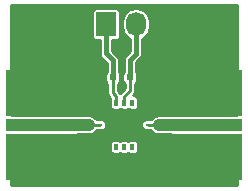
<source format=gtl>
G04 #@! TF.FileFunction,Copper,L1,Top,Signal*
%FSLAX46Y46*%
G04 Gerber Fmt 4.6, Leading zero omitted, Abs format (unit mm)*
G04 Created by KiCad (PCBNEW 4.0.4-stable) date Thu Oct 20 22:10:56 2016*
%MOMM*%
%LPD*%
G01*
G04 APERTURE LIST*
%ADD10C,0.100000*%
%ADD11C,0.381000*%
%ADD12R,0.600000X0.500000*%
%ADD13R,1.727200X2.032000*%
%ADD14O,1.727200X2.032000*%
%ADD15R,6.000000X1.000000*%
%ADD16R,6.000000X4.000000*%
%ADD17R,0.300000X0.550000*%
%ADD18R,0.380000X0.250000*%
%ADD19R,2.490000X2.790000*%
%ADD20R,1.040000X1.470000*%
%ADD21R,0.360000X0.150000*%
%ADD22C,0.400000*%
%ADD23C,0.250000*%
%ADD24C,1.000000*%
%ADD25C,0.254000*%
G04 APERTURE END LIST*
D10*
D11*
X148000000Y-106000000D03*
X148000000Y-104000000D03*
X144000000Y-106000000D03*
X146500000Y-105600000D03*
X146500000Y-104400000D03*
X150500000Y-104400000D03*
X150500000Y-105600000D03*
X149900000Y-105000000D03*
X147100000Y-105000000D03*
X155000000Y-110000000D03*
X150000000Y-110000000D03*
X145000000Y-110000000D03*
X140000000Y-110000000D03*
X140000000Y-100000000D03*
X145000000Y-100000000D03*
X155000000Y-100000000D03*
X155000000Y-97500000D03*
X145000000Y-97500000D03*
X140000000Y-97500000D03*
X140000000Y-102500000D03*
X140000000Y-107500000D03*
X142500000Y-107500000D03*
X142500000Y-102500000D03*
X147500000Y-107500000D03*
X145000000Y-107500000D03*
X145000000Y-102500000D03*
X150000000Y-102500000D03*
X150000000Y-107500000D03*
X152500000Y-107500000D03*
X152500000Y-102500000D03*
X155000000Y-102500000D03*
X155000000Y-107500000D03*
X158000000Y-106000000D03*
X157000000Y-106000000D03*
X156000000Y-106000000D03*
X155000000Y-106000000D03*
X154000000Y-106000000D03*
X153000000Y-106000000D03*
X152000000Y-106000000D03*
X151000000Y-106000000D03*
X150000000Y-106000000D03*
X149000000Y-106000000D03*
X149000000Y-105000000D03*
X149000000Y-104000000D03*
X150000000Y-104000000D03*
X151000000Y-104000000D03*
X152000000Y-104000000D03*
X153000000Y-104000000D03*
X154000000Y-104000000D03*
X155000000Y-104000000D03*
X156000000Y-104000000D03*
X157000000Y-104000000D03*
X158000000Y-104000000D03*
X139000000Y-104000000D03*
X139000000Y-106000000D03*
X140000000Y-106000000D03*
X141000000Y-106000000D03*
X142000000Y-106000000D03*
X143000000Y-106000000D03*
X145000000Y-106000000D03*
X146000000Y-106000000D03*
X147000000Y-106000000D03*
X148000000Y-105000000D03*
X147000000Y-104000000D03*
X146000000Y-104000000D03*
X145000000Y-104000000D03*
X144000000Y-104000000D03*
X143000000Y-104000000D03*
X142000000Y-104000000D03*
X141000000Y-104000000D03*
X140000000Y-104000000D03*
D12*
X147550000Y-101000000D03*
X146450000Y-101000000D03*
X149000000Y-101000000D03*
X150100000Y-101000000D03*
D13*
X146960000Y-96500000D03*
D14*
X149500000Y-96500000D03*
X152040000Y-96500000D03*
D15*
X141500000Y-105000000D03*
D16*
X141500000Y-107700000D03*
X141500000Y-102300000D03*
D17*
X147801100Y-103128600D03*
X148501100Y-103128600D03*
X149201100Y-103128600D03*
X147801100Y-106878600D03*
X148501100Y-106878600D03*
X149201100Y-106878600D03*
D18*
X150501100Y-105003600D03*
X146501100Y-105003600D03*
D19*
X148501100Y-105003600D03*
D20*
X146701100Y-103603600D03*
X150301100Y-103603600D03*
X146701100Y-106403600D03*
X150301100Y-106403600D03*
D21*
X146201100Y-105003600D03*
X150801100Y-105003600D03*
D15*
X155500000Y-105000000D03*
D16*
X155500000Y-102300000D03*
X155500000Y-107700000D03*
D22*
X146960000Y-98960000D02*
X146960000Y-97500000D01*
X146960000Y-97500000D02*
X146960000Y-97000000D01*
X146960000Y-96500000D02*
X146960000Y-97500000D01*
X147550000Y-99550000D02*
X146960000Y-98960000D01*
X147550000Y-101000000D02*
X147550000Y-99550000D01*
D23*
X147550000Y-101000000D02*
X147550000Y-102352500D01*
X147550000Y-102352500D02*
X147801100Y-102603600D01*
X147801100Y-102603600D02*
X147801100Y-103128600D01*
D22*
X149500000Y-97000000D02*
X149500000Y-97500000D01*
X149500000Y-97500000D02*
X149500000Y-99000000D01*
X149500000Y-96500000D02*
X149500000Y-97500000D01*
X149500000Y-99000000D02*
X149000000Y-99500000D01*
X149000000Y-99500000D02*
X149000000Y-101000000D01*
D23*
X149000000Y-102104700D02*
X149000000Y-101000000D01*
X148501100Y-103128600D02*
X148501100Y-102603600D01*
X148501100Y-102603600D02*
X149000000Y-102104700D01*
X146201100Y-105003600D02*
X146501100Y-105003600D01*
X145500000Y-105000000D02*
X145503600Y-105003600D01*
X145503600Y-105003600D02*
X146201100Y-105003600D01*
D24*
X141500000Y-105000000D02*
X145500000Y-105000000D01*
D23*
X150801100Y-105003600D02*
X150501100Y-105003600D01*
X151419702Y-105000000D02*
X151416102Y-105003600D01*
X151416102Y-105003600D02*
X150501100Y-105003600D01*
D24*
X155500000Y-105000000D02*
X151419702Y-105000000D01*
D25*
G36*
X158098000Y-104166594D02*
X152500000Y-104166594D01*
X152465954Y-104173000D01*
X151419702Y-104173000D01*
X151103223Y-104235952D01*
X150834925Y-104415223D01*
X150743801Y-104551600D01*
X150722733Y-104551600D01*
X150691100Y-104545194D01*
X150311100Y-104545194D01*
X150189921Y-104567995D01*
X150078626Y-104639612D01*
X150003962Y-104748886D01*
X149977694Y-104878600D01*
X149977694Y-105128600D01*
X150000495Y-105249779D01*
X150072112Y-105361074D01*
X150181386Y-105435738D01*
X150311100Y-105462006D01*
X150691100Y-105462006D01*
X150725146Y-105455600D01*
X150748612Y-105455600D01*
X150834925Y-105584777D01*
X151103223Y-105764048D01*
X151419702Y-105827000D01*
X152468367Y-105827000D01*
X152500000Y-105833406D01*
X158098000Y-105833406D01*
X158098000Y-110098000D01*
X138902000Y-110098000D01*
X138902000Y-106603600D01*
X147317694Y-106603600D01*
X147317694Y-107153600D01*
X147340495Y-107274779D01*
X147412112Y-107386074D01*
X147521386Y-107460738D01*
X147651100Y-107487006D01*
X147951100Y-107487006D01*
X148072279Y-107464205D01*
X148151681Y-107413111D01*
X148221386Y-107460738D01*
X148351100Y-107487006D01*
X148651100Y-107487006D01*
X148772279Y-107464205D01*
X148851681Y-107413111D01*
X148921386Y-107460738D01*
X149051100Y-107487006D01*
X149351100Y-107487006D01*
X149472279Y-107464205D01*
X149583574Y-107392588D01*
X149658238Y-107283314D01*
X149684506Y-107153600D01*
X149684506Y-106603600D01*
X149661705Y-106482421D01*
X149590088Y-106371126D01*
X149480814Y-106296462D01*
X149351100Y-106270194D01*
X149051100Y-106270194D01*
X148929921Y-106292995D01*
X148850519Y-106344089D01*
X148780814Y-106296462D01*
X148651100Y-106270194D01*
X148351100Y-106270194D01*
X148229921Y-106292995D01*
X148150519Y-106344089D01*
X148080814Y-106296462D01*
X147951100Y-106270194D01*
X147651100Y-106270194D01*
X147529921Y-106292995D01*
X147418626Y-106364612D01*
X147343962Y-106473886D01*
X147317694Y-106603600D01*
X138902000Y-106603600D01*
X138902000Y-105833406D01*
X144500000Y-105833406D01*
X144534046Y-105827000D01*
X145500000Y-105827000D01*
X145816479Y-105764048D01*
X146084777Y-105584777D01*
X146171090Y-105455600D01*
X146279467Y-105455600D01*
X146311100Y-105462006D01*
X146691100Y-105462006D01*
X146812279Y-105439205D01*
X146923574Y-105367588D01*
X146998238Y-105258314D01*
X147024506Y-105128600D01*
X147024506Y-104878600D01*
X147001705Y-104757421D01*
X146930088Y-104646126D01*
X146820814Y-104571462D01*
X146691100Y-104545194D01*
X146311100Y-104545194D01*
X146277054Y-104551600D01*
X146175901Y-104551600D01*
X146084777Y-104415223D01*
X145816479Y-104235952D01*
X145500000Y-104173000D01*
X144531633Y-104173000D01*
X144500000Y-104166594D01*
X138902000Y-104166594D01*
X138902000Y-95484000D01*
X145762994Y-95484000D01*
X145762994Y-97516000D01*
X145785795Y-97637179D01*
X145857412Y-97748474D01*
X145966686Y-97823138D01*
X146096400Y-97849406D01*
X146433000Y-97849406D01*
X146433000Y-98960000D01*
X146473115Y-99161675D01*
X146587355Y-99332645D01*
X147023000Y-99768290D01*
X147023000Y-100507490D01*
X147017526Y-100511012D01*
X146942862Y-100620286D01*
X146916594Y-100750000D01*
X146916594Y-101250000D01*
X146939395Y-101371179D01*
X147011012Y-101482474D01*
X147098000Y-101541911D01*
X147098000Y-102352500D01*
X147132406Y-102525473D01*
X147230388Y-102672112D01*
X147333555Y-102775279D01*
X147317694Y-102853600D01*
X147317694Y-103403600D01*
X147340495Y-103524779D01*
X147412112Y-103636074D01*
X147521386Y-103710738D01*
X147651100Y-103737006D01*
X147951100Y-103737006D01*
X148072279Y-103714205D01*
X148151681Y-103663111D01*
X148221386Y-103710738D01*
X148351100Y-103737006D01*
X148651100Y-103737006D01*
X148772279Y-103714205D01*
X148851681Y-103663111D01*
X148921386Y-103710738D01*
X149051100Y-103737006D01*
X149351100Y-103737006D01*
X149472279Y-103714205D01*
X149583574Y-103642588D01*
X149658238Y-103533314D01*
X149684506Y-103403600D01*
X149684506Y-102853600D01*
X149661705Y-102732421D01*
X149590088Y-102621126D01*
X149480814Y-102546462D01*
X149351100Y-102520194D01*
X149223730Y-102520194D01*
X149319612Y-102424312D01*
X149417594Y-102277673D01*
X149452000Y-102104700D01*
X149452000Y-101540772D01*
X149532474Y-101488988D01*
X149607138Y-101379714D01*
X149633406Y-101250000D01*
X149633406Y-100750000D01*
X149610605Y-100628821D01*
X149538988Y-100517526D01*
X149527000Y-100509335D01*
X149527000Y-99718290D01*
X149872645Y-99372645D01*
X149986885Y-99201674D01*
X150027000Y-99000000D01*
X150027000Y-97730989D01*
X150341881Y-97520592D01*
X150599971Y-97134334D01*
X150690600Y-96678711D01*
X150690600Y-96321289D01*
X150599971Y-95865666D01*
X150341881Y-95479408D01*
X149955623Y-95221318D01*
X149500000Y-95130689D01*
X149044377Y-95221318D01*
X148658119Y-95479408D01*
X148400029Y-95865666D01*
X148309400Y-96321289D01*
X148309400Y-96678711D01*
X148400029Y-97134334D01*
X148658119Y-97520592D01*
X148973000Y-97730989D01*
X148973000Y-98781710D01*
X148627355Y-99127355D01*
X148513115Y-99298325D01*
X148503170Y-99348325D01*
X148473000Y-99500000D01*
X148473000Y-100507490D01*
X148467526Y-100511012D01*
X148392862Y-100620286D01*
X148366594Y-100750000D01*
X148366594Y-101250000D01*
X148389395Y-101371179D01*
X148461012Y-101482474D01*
X148548000Y-101541911D01*
X148548000Y-101917476D01*
X148181488Y-102283988D01*
X148151100Y-102329466D01*
X148120712Y-102283988D01*
X148002000Y-102165276D01*
X148002000Y-101540772D01*
X148082474Y-101488988D01*
X148157138Y-101379714D01*
X148183406Y-101250000D01*
X148183406Y-100750000D01*
X148160605Y-100628821D01*
X148088988Y-100517526D01*
X148077000Y-100509335D01*
X148077000Y-99550000D01*
X148072425Y-99527000D01*
X148036885Y-99348325D01*
X147922645Y-99177355D01*
X147487000Y-98741710D01*
X147487000Y-97849406D01*
X147823600Y-97849406D01*
X147944779Y-97826605D01*
X148056074Y-97754988D01*
X148130738Y-97645714D01*
X148157006Y-97516000D01*
X148157006Y-95484000D01*
X148134205Y-95362821D01*
X148062588Y-95251526D01*
X147953314Y-95176862D01*
X147823600Y-95150594D01*
X146096400Y-95150594D01*
X145975221Y-95173395D01*
X145863926Y-95245012D01*
X145789262Y-95354286D01*
X145762994Y-95484000D01*
X138902000Y-95484000D01*
X138902000Y-94902000D01*
X158098000Y-94902000D01*
X158098000Y-104166594D01*
X158098000Y-104166594D01*
G37*
X158098000Y-104166594D02*
X152500000Y-104166594D01*
X152465954Y-104173000D01*
X151419702Y-104173000D01*
X151103223Y-104235952D01*
X150834925Y-104415223D01*
X150743801Y-104551600D01*
X150722733Y-104551600D01*
X150691100Y-104545194D01*
X150311100Y-104545194D01*
X150189921Y-104567995D01*
X150078626Y-104639612D01*
X150003962Y-104748886D01*
X149977694Y-104878600D01*
X149977694Y-105128600D01*
X150000495Y-105249779D01*
X150072112Y-105361074D01*
X150181386Y-105435738D01*
X150311100Y-105462006D01*
X150691100Y-105462006D01*
X150725146Y-105455600D01*
X150748612Y-105455600D01*
X150834925Y-105584777D01*
X151103223Y-105764048D01*
X151419702Y-105827000D01*
X152468367Y-105827000D01*
X152500000Y-105833406D01*
X158098000Y-105833406D01*
X158098000Y-110098000D01*
X138902000Y-110098000D01*
X138902000Y-106603600D01*
X147317694Y-106603600D01*
X147317694Y-107153600D01*
X147340495Y-107274779D01*
X147412112Y-107386074D01*
X147521386Y-107460738D01*
X147651100Y-107487006D01*
X147951100Y-107487006D01*
X148072279Y-107464205D01*
X148151681Y-107413111D01*
X148221386Y-107460738D01*
X148351100Y-107487006D01*
X148651100Y-107487006D01*
X148772279Y-107464205D01*
X148851681Y-107413111D01*
X148921386Y-107460738D01*
X149051100Y-107487006D01*
X149351100Y-107487006D01*
X149472279Y-107464205D01*
X149583574Y-107392588D01*
X149658238Y-107283314D01*
X149684506Y-107153600D01*
X149684506Y-106603600D01*
X149661705Y-106482421D01*
X149590088Y-106371126D01*
X149480814Y-106296462D01*
X149351100Y-106270194D01*
X149051100Y-106270194D01*
X148929921Y-106292995D01*
X148850519Y-106344089D01*
X148780814Y-106296462D01*
X148651100Y-106270194D01*
X148351100Y-106270194D01*
X148229921Y-106292995D01*
X148150519Y-106344089D01*
X148080814Y-106296462D01*
X147951100Y-106270194D01*
X147651100Y-106270194D01*
X147529921Y-106292995D01*
X147418626Y-106364612D01*
X147343962Y-106473886D01*
X147317694Y-106603600D01*
X138902000Y-106603600D01*
X138902000Y-105833406D01*
X144500000Y-105833406D01*
X144534046Y-105827000D01*
X145500000Y-105827000D01*
X145816479Y-105764048D01*
X146084777Y-105584777D01*
X146171090Y-105455600D01*
X146279467Y-105455600D01*
X146311100Y-105462006D01*
X146691100Y-105462006D01*
X146812279Y-105439205D01*
X146923574Y-105367588D01*
X146998238Y-105258314D01*
X147024506Y-105128600D01*
X147024506Y-104878600D01*
X147001705Y-104757421D01*
X146930088Y-104646126D01*
X146820814Y-104571462D01*
X146691100Y-104545194D01*
X146311100Y-104545194D01*
X146277054Y-104551600D01*
X146175901Y-104551600D01*
X146084777Y-104415223D01*
X145816479Y-104235952D01*
X145500000Y-104173000D01*
X144531633Y-104173000D01*
X144500000Y-104166594D01*
X138902000Y-104166594D01*
X138902000Y-95484000D01*
X145762994Y-95484000D01*
X145762994Y-97516000D01*
X145785795Y-97637179D01*
X145857412Y-97748474D01*
X145966686Y-97823138D01*
X146096400Y-97849406D01*
X146433000Y-97849406D01*
X146433000Y-98960000D01*
X146473115Y-99161675D01*
X146587355Y-99332645D01*
X147023000Y-99768290D01*
X147023000Y-100507490D01*
X147017526Y-100511012D01*
X146942862Y-100620286D01*
X146916594Y-100750000D01*
X146916594Y-101250000D01*
X146939395Y-101371179D01*
X147011012Y-101482474D01*
X147098000Y-101541911D01*
X147098000Y-102352500D01*
X147132406Y-102525473D01*
X147230388Y-102672112D01*
X147333555Y-102775279D01*
X147317694Y-102853600D01*
X147317694Y-103403600D01*
X147340495Y-103524779D01*
X147412112Y-103636074D01*
X147521386Y-103710738D01*
X147651100Y-103737006D01*
X147951100Y-103737006D01*
X148072279Y-103714205D01*
X148151681Y-103663111D01*
X148221386Y-103710738D01*
X148351100Y-103737006D01*
X148651100Y-103737006D01*
X148772279Y-103714205D01*
X148851681Y-103663111D01*
X148921386Y-103710738D01*
X149051100Y-103737006D01*
X149351100Y-103737006D01*
X149472279Y-103714205D01*
X149583574Y-103642588D01*
X149658238Y-103533314D01*
X149684506Y-103403600D01*
X149684506Y-102853600D01*
X149661705Y-102732421D01*
X149590088Y-102621126D01*
X149480814Y-102546462D01*
X149351100Y-102520194D01*
X149223730Y-102520194D01*
X149319612Y-102424312D01*
X149417594Y-102277673D01*
X149452000Y-102104700D01*
X149452000Y-101540772D01*
X149532474Y-101488988D01*
X149607138Y-101379714D01*
X149633406Y-101250000D01*
X149633406Y-100750000D01*
X149610605Y-100628821D01*
X149538988Y-100517526D01*
X149527000Y-100509335D01*
X149527000Y-99718290D01*
X149872645Y-99372645D01*
X149986885Y-99201674D01*
X150027000Y-99000000D01*
X150027000Y-97730989D01*
X150341881Y-97520592D01*
X150599971Y-97134334D01*
X150690600Y-96678711D01*
X150690600Y-96321289D01*
X150599971Y-95865666D01*
X150341881Y-95479408D01*
X149955623Y-95221318D01*
X149500000Y-95130689D01*
X149044377Y-95221318D01*
X148658119Y-95479408D01*
X148400029Y-95865666D01*
X148309400Y-96321289D01*
X148309400Y-96678711D01*
X148400029Y-97134334D01*
X148658119Y-97520592D01*
X148973000Y-97730989D01*
X148973000Y-98781710D01*
X148627355Y-99127355D01*
X148513115Y-99298325D01*
X148503170Y-99348325D01*
X148473000Y-99500000D01*
X148473000Y-100507490D01*
X148467526Y-100511012D01*
X148392862Y-100620286D01*
X148366594Y-100750000D01*
X148366594Y-101250000D01*
X148389395Y-101371179D01*
X148461012Y-101482474D01*
X148548000Y-101541911D01*
X148548000Y-101917476D01*
X148181488Y-102283988D01*
X148151100Y-102329466D01*
X148120712Y-102283988D01*
X148002000Y-102165276D01*
X148002000Y-101540772D01*
X148082474Y-101488988D01*
X148157138Y-101379714D01*
X148183406Y-101250000D01*
X148183406Y-100750000D01*
X148160605Y-100628821D01*
X148088988Y-100517526D01*
X148077000Y-100509335D01*
X148077000Y-99550000D01*
X148072425Y-99527000D01*
X148036885Y-99348325D01*
X147922645Y-99177355D01*
X147487000Y-98741710D01*
X147487000Y-97849406D01*
X147823600Y-97849406D01*
X147944779Y-97826605D01*
X148056074Y-97754988D01*
X148130738Y-97645714D01*
X148157006Y-97516000D01*
X148157006Y-95484000D01*
X148134205Y-95362821D01*
X148062588Y-95251526D01*
X147953314Y-95176862D01*
X147823600Y-95150594D01*
X146096400Y-95150594D01*
X145975221Y-95173395D01*
X145863926Y-95245012D01*
X145789262Y-95354286D01*
X145762994Y-95484000D01*
X138902000Y-95484000D01*
X138902000Y-94902000D01*
X158098000Y-94902000D01*
X158098000Y-104166594D01*
M02*

</source>
